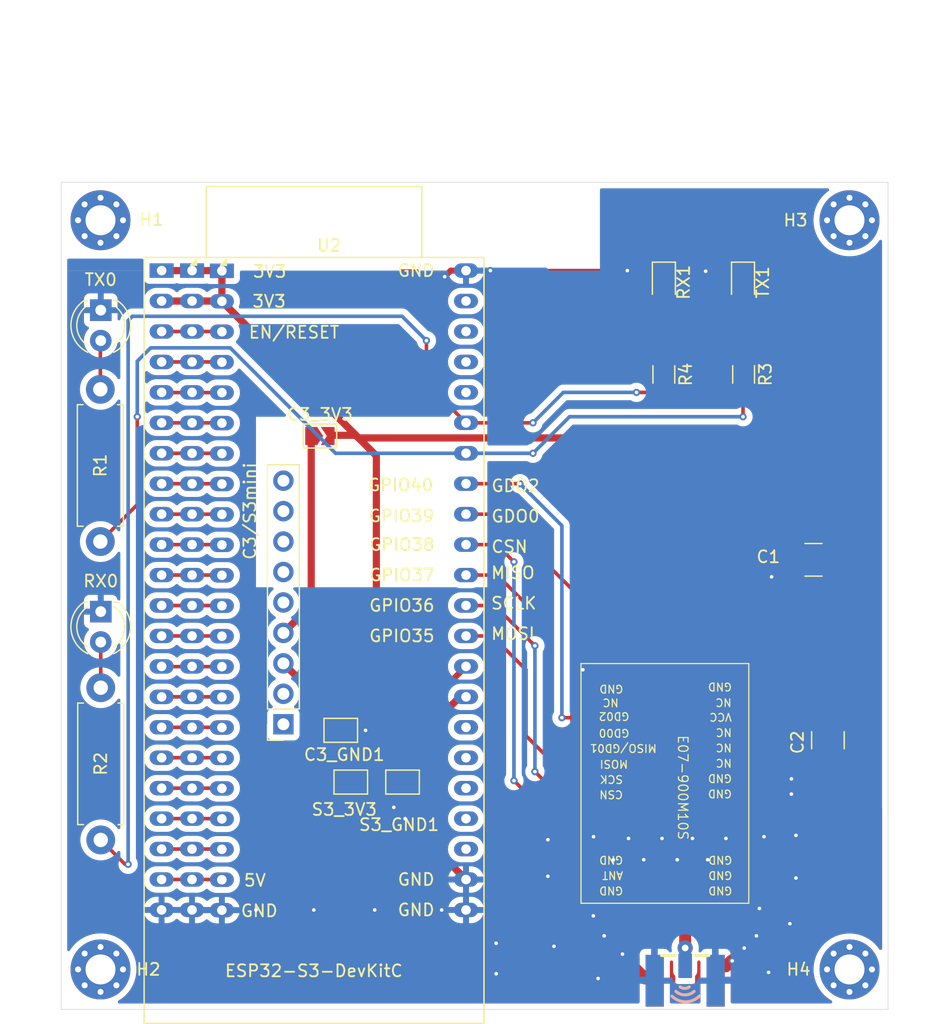
<source format=kicad_pcb>
(kicad_pcb (version 20240108) (generator "pcbnew") (generator_version "8.0")
  (layers (0 "F.Cu" signal) (31 "B.Cu" signal) (34 "B.Paste" user) (35 "F.Paste" user) (36 "B.SilkS" user "B.Silkscreen") (37 "F.SilkS" user "F.Silkscreen") (38 "B.Mask" user) (39 "F.Mask" user) (44 "Edge.Cuts" user))
  (net 0 "")
  (net 1 "GND")
  (net 2 "3V3")
  (net 3 "/MISO")
  (net 4 "/CSN")
  (net 5 "/GDO0")
  (net 6 "/GDO2")
  (net 7 "/MOSI")
  (net 8 "/SCLK")
  (net 9 "/ANTENNA")
  (net 11 "unconnected-(U2-CHIP_PU-Pad3)")
  (net 12 "/LED_RX")
  (net 13 "unconnected-(U2-GPIO46-Pad14)")
  (net 14 "unconnected-(U2-GPIO8{slash}ADC1_CH7-Pad12)")
  (net 15 "/LED_TX")
  (net 17 "unconnected-(U2-GPIO13{slash}ADC2_CH2-Pad19)")
  (net 18 "unconnected-(U2-GPIO15{slash}ADC2_CH4{slash}32K_P-Pad8)")
  (net 19 "unconnected-(U2-GPIO9{slash}ADC1_CH8-Pad15)")
  (net 20 "unconnected-(U2-GPIO16{slash}ADC2_CH5{slash}32K_N-Pad9)")
  (net 21 "unconnected-(U2-GPIO11{slash}ADC2_CH0-Pad17)")
  (net 23 "unconnected-(U2-GPIO10{slash}ADC1_CH9-Pad16)")
  (net 26 "unconnected-(U2-GPIO12{slash}ADC2_CH1-Pad18)")
  (net 27 "unconnected-(U2-GPIO17{slash}ADC2_CH6-Pad10)")
  (net 28 "unconnected-(U2-GPIO4{slash}ADC1_CH3-Pad4)")
  (net 29 "unconnected-(U2-GPIO14{slash}ADC2_CH3-Pad20)")
  (net 31 "unconnected-(U2-GPIO3{slash}ADC1_CH2-Pad13)")
  (net 32 "unconnected-(U2-GPIO18{slash}ADC2_CH7-Pad11)")
  (net 33 "unconnected-(U2-GPIO6{slash}ADC1_CH5-Pad6)")
  (net 34 "unconnected-(U2-GPIO7{slash}ADC1_CH6-Pad7)")
  (net 36 "unconnected-(U2-5V-Pad21)")
  (net 37 "unconnected-(U2-GPIO5{slash}ADC1_CH4-Pad5)")
  (net 47 "Net-(S3_3V3-A)")
  (net 48 "Net-(S3_GND1-A)")
  (net 49 "Net-(TX1-A)")
  (net 50 "Net-(RX1-A)")
  (net 51 "Net-(C3_3V3-A)")
  (net 52 "Net-(C3_GND1-A)")
  (net 53 "Net-(TX0-A)")
  (net 54 "Net-(RX0-A)")
  (footprint "LED_SMD:LED_0805_2012Metric" (layer "F.Cu") (at 150.114 77.1795 -90)
    (property "Reference" "TX1")
    (property "Value" "LED_BLUE")
  )
  (footprint "Resistor_THT:R_Axial_DIN0411_L9.9mm_D3.6mm_P12.70mm_Horizontal" (layer "F.Cu") (at 96.486 86.106 -90)
    (property "Reference" "R1")
    (property "Value" "220R")
  )
  (footprint "MountingHole:MountingHole_2.5mm_Pad_Via" (layer "F.Cu") (at 96.5 134.5)
    (property "Reference" "H2")
    (property "Value" "MountingHole_Pad_MP")
  )
  (footprint "Library:E07-900M10S" (layer "F.Cu") (at 150.595 127.982 -90)
    (property "Reference" "U1" (hide yes))
    (property "Value" "E07-900M10S")
  )
  (footprint "Jumper:SolderJumper-2_P1.3mm_Open_TrianglePad1.0x1.5mm" (layer "F.Cu") (at 116.549 114.554)
    (property "Reference" "C3_GND1")
    (property "Value" "J_Open")
  )
  (footprint "LED_THT:LED_D4.0mm" (layer "F.Cu") (at 96.52 104.648 -90)
    (property "Reference" "RX0")
    (property "Value" "LED_RX")
  )
  (footprint "MountingHole:MountingHole_2.5mm_Pad_Via" (layer "F.Cu") (at 159 72)
    (property "Reference" "H3")
    (property "Value" "MountingHole_Pad_MP")
  )
  (footprint "LED_THT:LED_D4.0mm" (layer "F.Cu") (at 96.52 79.502 -90)
    (property "Reference" "TX0")
    (property "Value" "LED_TX")
  )
  (footprint "Jumper:SolderJumper-2_P1.3mm_Open_TrianglePad1.0x1.5mm" (layer "F.Cu") (at 117.385 118.872 180)
    (property "Reference" "S3_3V3")
    (property "Value" "S3")
  )
  (footprint "Capacitor_SMD:C_1210_3225Metric_Pad1.33x2.70mm_HandSolder" (layer "F.Cu") (at 155.9945 100.33)
    (property "Reference" "C1")
    (property "Value" "100nF")
  )
  (footprint "LED_SMD:LED_0805_2012Metric" (layer "F.Cu") (at 143.51 77.1795 -90)
    (property "Reference" "RX1")
    (property "Value" "LED_RED")
  )
  (footprint "Resistor_THT:R_Axial_DIN0411_L9.9mm_D3.6mm_P12.70mm_Horizontal" (layer "F.Cu") (at 96.52 110.998 -90)
    (property "Reference" "R2")
    (property "Value" "220R")
  )
  (footprint "Connector_PinSocket_2.54mm:PinSocket_1x09_P2.54mm_Vertical" (layer "F.Cu") (at 111.76 114.046 180)
    (property "Reference" "J2" (hide yes))
    (property "Value" "C3/S3mini")
  )
  (footprint "Library:SMA_PAD" (layer "F.Cu") (at 145.288 135.25 -90)
    (property "Reference" "J$1" (hide yes))
    (property "Value" "ANTENNASMA" (hide yes))
  )
  (footprint "Resistor_SMD:R_1206_3216Metric_Pad1.30x1.75mm_HandSolder" (layer "F.Cu") (at 150.164 84.862 -90)
    (property "Reference" "R3")
    (property "Value" "1000R")
  )
  (footprint "Jumper:SolderJumper-2_P1.3mm_Open_TrianglePad1.0x1.5mm" (layer "F.Cu") (at 121.703 118.872 180)
    (property "Reference" "S3_GND1")
    (property "Value" "S3")
  )
  (footprint "Capacitor_SMD:C_1210_3225Metric_Pad1.33x2.70mm_HandSolder" (layer "F.Cu") (at 157.199 115.377 90)
    (property "Reference" "C2")
    (property "Value" "10uF")
  )
  (footprint "Resistor_SMD:R_1206_3216Metric_Pad1.30x1.75mm_HandSolder" (layer "F.Cu") (at 143.51 84.862 -90)
    (property "Reference" "R4")
    (property "Value" "1000R")
  )
  (footprint "Jumper:SolderJumper-2_P1.3mm_Open_TrianglePad1.0x1.5mm" (layer "F.Cu") (at 114.808 90)
    (property "Reference" "C3_3V3")
    (property "Value" "C3_3V3")
  )
  (footprint "Library:ESP32-S3-DevKitC" (layer "F.Cu") (at 124.89 87.45)
    (property "Reference" "U2")
    (property "Value" "ESP32-S3-DevKitC")
  )
  (footprint "MountingHole:MountingHole_2.5mm_Pad_Via" (layer "F.Cu") (at 96.5 72)
    (property "Reference" "H1")
    (property "Value" "MountingHole_Pad_MP")
  )
  (footprint "MountingHole:MountingHole_2.5mm_Pad_Via" (layer "F.Cu") (at 159 134.5)
    (property "Reference" "H4")
    (property "Value" "MountingHole_Pad_MP")
  )
  (gr_rect (start 93.218 68.834) (end 162.218 137.834) (stroke (width 0.05)) (fill none) (layer "Edge.Cuts"))
  (gr_text "MOSI\n" (at 129.005 107.08 0) (layer "F.SilkS") (effects (font (size 1 1)) (justify left bottom)))
  (gr_text "GDO2" (at 129.032 94.742 0) (layer "F.SilkS") (effects (font (size 1 1)) (justify left bottom)))
  (gr_text "CSN\n" (at 129.032 99.822 0) (layer "F.SilkS") (effects (font (size 1 1)) (justify left bottom)))
  (gr_text "SCLK\n" (at 129.005 104.54 0) (layer "F.SilkS") (effects (font (size 1 1)) (justify left bottom)))
  (gr_text "MISO\n" (at 129.005 102 0) (layer "F.SilkS") (effects (font (size 1 1)) (justify left bottom)))
  (gr_text "GDO0\n" (at 129.032 97.282 0) (layer "F.SilkS") (effects (font (size 1 1)) (justify left bottom)))
  (segment (start 114.28272 129.55728) (end 114.3 129.54) (width 0.3) (layer "F.Cu") (net 1))
  (segment (start 139.292 125.35) (end 139.402 125.46) (width 0.8) (layer "F.Cu") (net 1))
  (segment (start 150.595 119.872) (end 154.151 119.872) (width 0.6) (layer "F.Cu") (net 1))
  (segment (start 127 127) (end 121.92 121.92) (width 0.6) (layer "F.Cu") (net 1))
  (segment (start 140.674 133.986) (end 140.816 133.986) (width 1) (layer "F.Cu") (net 1))
  (segment (start 121.92 121.92) (end 120.973097 120.973097) (width 0.6) (layer "F.Cu") (net 1))
  (segment (start 120.973097 120.973097) (end 120.973097 118.872) (width 0.6) (layer "F.Cu") (net 1))
  (segment (start 125.73 76.2) (end 127 76.2) (width 0.5) (layer "F.Cu") (net 1))
  (segment (start 143.518 76.25) (end 143.51 76.242) (width 0.3) (layer "F.Cu") (net 1))
  (segment (start 124.95072 129.55728) (end 124.968 129.54) (width 0.3) (layer "F.Cu") (net 1))
  (segment (start 149.214 133.928) (end 149.214 133.786) (width 1) (layer "F.Cu") (net 1))
  (segment (start 137.626 125.46) (end 139.182 125.46) (width 0.8) (layer "F.Cu") (net 1))
  (segment (start 139.182 125.46) (end 139.292 125.35) (width 0.8) (layer "F.Cu") (net 1))
  (segment (start 147.276 125.46) (end 148.326 125.46) (width 0.8) (layer "F.Cu") (net 1))
  (segment (start 151.626 129.272) (end 151.484 129.414) (width 0.6) (layer "F.Cu") (net 1))
  (segment (start 139.402 125.46) (end 140.452 125.46) (width 0.8) (layer "F.Cu") (net 1))
  (segment (start 152.482 110.982) (end 154.432 109.032) (width 0.6) (layer "F.Cu") (net 1))
  (segment (start 137.626 125.46) (end 137.37 125.46) (width 0.3) (layer "F.Cu") (net 1))
  (segment (start 151.23 131.7) (end 151.626 131.304) (width 0.6) (layer "F.Cu") (net 1))
  (segment (start 151.626 131.304) (end 151.626 129.556) (width 0.6) (layer "F.Cu") (net 1))
  (segment (start 152.5 101.75) (end 153.92 100.33) (width 0.6) (layer "F.Cu") (net 1))
  (segment (start 149.452 133.478) (end 148.944 133.986) (width 0.6) (layer "F.Cu") (net 1))
  (segment (start 152.898 128) (end 151.626 128) (width 0.6) (layer "F.Cu") (net 1))
  (segment (start 154.432 109.032) (end 154.432 100.33) (width 0.6) (layer "F.Cu") (net 1))
  (segment (start 109.474 129.54) (end 109.49128 129.55728) (width 0.3) (layer "F.Cu") (net 1))
  (segment (start 154.532 126.366) (end 154.532 126.874) (width 0.6) (layer "F.Cu") (net 1))
  (segment (start 146.006 125.46) (end 147.056 125.46) (width 0.8) (layer "F.Cu") (net 1))
  (segment (start 137.626 125.46) (end 137.624 125.46) (width 0.3) (layer "F.Cu") (net 1))
  (segment (start 148.69 134.24) (end 147.674 135.256) (width 0.6) (layer "F.Cu") (net 1))
  (segment (start 136.595 110.982) (end 136.595 109.655) (width 0.3) (layer "F.Cu") (net 1))
  (segment (start 144.626 125.35) (end 144.736 125.46) (width 0.8) (layer "F.Cu") (net 1))
  (segment (start 141.832 125.35) (end 141.942 125.46) (width 0.8) (layer "F.Cu") (net 1))
  (segment (start 147.166 125.35) (end 147.276 125.46) (width 0.8) (layer "F.Cu") (net 1))
  (segment (start 145.786 125.46) (end 145.896 125.35) (width 0.8) (layer "F.Cu") (net 1))
  (segment (start 150.214 132.716) (end 148.69 134.24) (width 0.6) (layer "F.Cu") (net 1))
  (segment (start 137.626 130.032) (end 137.626 129.272) (width 1) (layer "F.Cu") (net 1))
  (segment (start 137.626 129.272) (end 136.595 128.241) (width 1) (layer "F.Cu") (net 1))
  (segment (start 139.292 132.462) (end 139.15 132.462) (width 1) (layer "F.Cu") (net 1))
  (segment (start 154.151 119.872) (end 154.2665 119.872) (width 0.3) (layer "F.Cu") (net 1))
  (segment (start 143.246 125.46) (end 143.356 125.35) (width 0.8) (layer "F.Cu") (net 1))
  (segment (start 151.5 131.5) (end 149.214 133.786) (width 1) (layer "F.Cu") (net 1))
  (segment (start 149.214 133.786) (end 149.144 133.786) (width 1) (layer "F.Cu") (net 1))
  (segment (start 127 129.54) (end 127 127) (width 0.3) (layer "F.Cu") (net 1))
  (segment (start 154.168 126.73) (end 151.626 126.73) (width 0.6) (layer "F.Cu") (net 1))
  (segment (start 143.466 125.46) (end 144.516 125.46) (width 0.8) (layer "F.Cu") (net 1))
  (segment (start 147.056 125.46) (end 147.166 125.35) (width 0.8) (layer "F.Cu") (net 1))
  (segment (start 137.626 130.826) (end 137.626 130.938) (width 1) (layer "F.Cu") (net 1))
  (segment (start 154.168 126.73) (end 152.898 128) (width 0.6) (layer "F.Cu") (net 1))
  (segment (start 144.516 125.46) (end 144.626 125.35) (width 0.8) (layer "F.Cu") (net 1))
  (segment (start 125.222 76.708) (end 125.73 76.2) (width 0.5) (layer "F.Cu") (net 1))
  (segment (start 150.07 125.46) (end 151.626 125.46) (width 0.8) (layer "F.Cu") (net 1))
  (segment (start 114.31728 129.55728) (end 119.36272 129.55728) (width 0.3) (layer "F.Cu") (net 1))
  (segment (start 138.388 131.7) (end 138.53 131.7) (width 1) (layer "F.Cu") (net 1))
  (segment (start 151.626 129.556) (end 151.484 129.414) (width 0.6) (layer "F.Cu") (net 1))
  (segment (start 138.53 131.842) (end 138.53 131.7) (width 1) (layer "F.Cu") (net 1))
  (segment (start 140.562 125.35) (end 140.672 125.46) (width 0.8) (layer "F.Cu") (net 1))
  (segment (start 154.532 123.318) (end 154.404 123.446) (width 0.6) (layer "F.Cu") (net 1))
  (segment (start 154.151 118.602) (end 155.5365 118.602) (width 0.6) (layer "F.Cu") (net 1))
  (segment (start 144.736 125.46) (end 145.786 125.46) (width 0.8) (layer "F.Cu") (net 1))
  (segment (start 151.642 131.5) (end 151.5 131.5) (width 1) (layer "F.Cu") (net 1))
  (segment (start 154.532 126.874) (end 154.024 126.874) (width 0.6) (layer "F.Cu") (net 1))
  (segment (start 140.054 133.224) (end 140.054 133.366) (width 1) (layer "F.Cu") (net 1))
  (segment (start 137.768 130.684) (end 137.626 130.826) (width 1) (layer "F.Cu") (net 1))
  (segment (start 148.546 125.46) (end 149.85 125.46) (width 0.8) (layer "F.Cu") (net 1))
  (segment (start 139.292 132.604) (end 139.292 132.462) (width 1) (layer "F.Cu") (net 1))
  (segment (start 140.816 134.128) (end 141.944 135.256) (width 1) (layer "F.Cu") (net 1))
  (segment (start 154.024 126.874) (end 154.168 126.73) (width 0.6) (layer "F.Cu") (net 1))
  (segment (start 136.595 127.982) (end 136.595 128.241) (width 0.3) (layer "F.Cu") (net 1))
  (segment (start 129.032 76.2) (end 140.462 76.2) (width 0.3) (layer "F.Cu") (net 1))
  (segment (start 151.642 128.016) (end 151.626 128) (width 1) (layer "F.Cu") (net 1))
  (segment (start 149.96 125.35) (end 150.07 125.46) (width 0.8) (layer "F.Cu") (net 1))
  (segment (start 142.594 135.256) (end 141.944 135.256) (width 0.3) (layer "F.Cu") (net 1))
  (segment (start 148.326 125.46) (end 148.436 125.35) (width 0.8) (layer "F.Cu") (net 1))
  (segment (start 124.98528 129.55728) (end 126.98272 129.55728) (width 0.3) (layer "F.Cu") (net 1))
  (segment (start 153.118 125.46) (end 151.626 125.46) (width 0.6) (layer "F.Cu") (net 1))
  (segment (start 140.054 133.224) (end 139.912 133.224) (width 1) (layer "F.Cu") (net 1))
  (segment (start 119.38 129.54) (end 119.39728 129.55728) (width 0.3) (layer "F.Cu") (net 1))
  (segment (start 118.618 114.554) (end 117.278903 114.554) (width 0.6) (layer "F.Cu") (net 1))
  (segment (start 151.642 131.5) (end 151.642 128.016) (width 1) (layer "F.Cu") (net 1))
  (segment (start 119.39728 129.55728) (end 124.95072 129.55728) (width 0.3) (layer "F.Cu") (net 1))
  (segment (start 101.59632 129.53728) (end 106.60632 129.53728) (width 0.3) (layer "F.Cu") (net 1))
  (segment (start 153.92 100.33) (end 154.432 100.33) (width 0.6) (layer "F.Cu") (net 1))
  (segment (start 141.942 125.46) (end 143.246 125.46) (width 0.8) (layer "F.Cu") (net 1))
  (segment (start 145.896 125.35) (end 146.006 125.46) (width 0.8) (layer "F.Cu") (net 1))
  (segment (start 154.278 126.62) (end 154.532 126.366) (width 0.6) (layer "F.Cu") (net 1))
  (segment (start 139.912 133.224) (end 139.292 132.604) (width 1) (layer "F.Cu") (net 1))
  (segment (start 154.404 123.19) (end 154.532 123.318) (width 0.6) (layer "F.Cu") (net 1))
  (segment (start 154.278 126.62) (end 153.118 125.46) (width 0.6) (layer "F.Cu") (net 1))
  (segment (start 151.23 131.7) (end 150.214 132.716) (width 0.6) (layer "F.Cu") (net 1))
  (segment (start 109.45672 129.55728) (end 109.474 129.54) (width 0.3) (layer "F.Cu") (net 1))
  (segment (start 154.2665 119.872) (end 157.199 116.9395) (width 0.6) (layer "F.Cu") (net 1))
  (segment (start 151.626 128) (end 151.374 128) (width 0.2) (layer "F.Cu") (net 1))
  (segment (start 137.626 130.032) (end 137.626 130.542) (width 1) (layer "F.Cu") (net 1))
  (segment (start 127 76.2) (end 129.032 76.2) (width 0.3) (layer "F.Cu") (net 1))
  (segment (start 140.672 125.46) (end 141.722 125.46) (width 0.8) (layer "F.Cu") (net 1))
  (segment (start 151.626 128) (end 151.626 129.272) (width 0.6) (layer "F.Cu") (net 1))
  (segment (start 106.62632 129.55728) (end 109.45672 129.55728) (width 0.3) (layer "F.Cu") (net 1))
  (segment (start 148.436 125.35) (end 148.546 125.46) (width 0.8) (layer "F.Cu") (net 1))
  (segment (start 109.49128 129.55728) (end 114.28272 129.55728) (width 0.3) (layer "F.Cu") (net 1))
  (segment (start 143.356 125.35) (end 143.466 125.46) (width 0.8) (layer "F.Cu") (net 1))
  (segment (start 140.054 133.366) (end 140.674 133.986) (width 1) (layer "F.Cu") (net 1))
  (segment (start 154.404 126.494) (end 154.278 126.62) (width 0.6) (layer "F.Cu") (net 1))
  (segment (start 140.452 125.46) (end 140.562 125.35) (width 0.8) (layer "F.Cu") (net 1))
  (segment (start 137.626 130.938) (end 138.388 131.7) (width 1) (layer "F.Cu") (net 1))
  (segment (start 155.5365 118.602) (end 157.199 116.9395) (width 0.6) (layer "F.Cu") (net 1))
  (segment (start 137.626 130.542) (end 137.768 130.684) (width 1) (layer "F.Cu") (net 1))
  (segment (start 149.144 133.786) (end 148.69 134.24) (width 1) (layer "F.Cu") (net 1))
  (segment (start 124.968 129.54) (end 124.98528 129.55728) (width 0.3) (layer "F.Cu") (net 1))
  (segment (start 147 76.25) (end 147.008 76.242) (width 0.3) (layer "F.Cu") (net 1))
  (segment (start 154.404 123.446) (end 154.404 126.494) (width 0.6) (layer "F.Cu") (net 1))
  (segment (start 140.816 133.986) (end 140.816 134.128) (width 1) (layer "F.Cu") (net 1))
  (segment (start 147 76.25) (end 143.518 76.25) (width 0.3) (layer "F.Cu") (net 1))
  (segment (start 141.722 125.46) (end 141.832 125.35) (width 0.8) (layer "F.Cu") (net 1))
  (segment (start 140.462 76.2) (end 143.002 76.2) (width 0.3) (layer "F.Cu") (net 1))
  (segment (start 147.008 76.242) (end 150.114 76.242) (width 0.3) (layer "F.Cu") (net 1))
  (segment (start 150.595 110.982) (end 152.482 110.982) (width 0.6) (layer "F.Cu") (net 1))
  (segment (start 149.85 125.46) (end 149.96 125.35) (width 0.8) (layer "F.Cu") (net 1))
  (segment (start 114.3 129.54) (end 114.31728 129.55728) (width 0.3) (layer "F.Cu") (net 1))
  (segment (start 136.595 109.655) (end 136.75 109.5) (width 0.3) (layer "F.Cu") (net 1))
  (segment (start 150.595 118.602) (end 154.151 118.602) (width 0.6) (layer "F.Cu") (net 1))
  (segment (start 119.36272 129.55728) (end 119.38 129.54) (width 0.3) (layer "F.Cu") (net 1))
  (segment (start 139.15 132.462) (end 138.53 131.842) (width 1) (layer "F.Cu") (net 1))
  (via (at 140.462 76.2) (size 0.6) (drill 0.3) (layers "F.Cu" "B.Cu") (net 1))
  (via (at 152.5 101.75) (size 0.6) (drill 0.3) (layers "F.Cu" "B.Cu") (net 1))
  (via (at 129.513 132.318) (size 0.6) (drill 0.3) (layers "F.Cu" "B.Cu") (net 1))
  (via (at 137.626 130.032) (size 0.6) (drill 0.3) (layers "F.Cu" "B.Cu") (net 1))
  (via (at 140.054 133.224) (size 0.6) (drill 0.3) (layers "F.Cu" "B.Cu") (net 1))
  (via (at 138.022 135.256) (size 0.6) (drill 0.3) (layers "F.Cu" "B.Cu") (net 1))
  (via (at 124.968 129.54) (size 0.6) (drill 0.3) (layers "F.Cu" "B.Cu") (net 1))
  (via (at 145.896 123.572) (size 0.6) (drill 0.3) (layers "F.Cu" "B.Cu") (net 1))
  (via (at 138.53 131.7) (size 0.6) (drill 0.3) (layers "F.Cu" "B.Cu") (net 1))
  (via (at 147.166 125.35) (size 0.6) (drill 0.3) (layers "F.Cu" "B.Cu") (net 1))
  (via (at 151.23 131.7) (size 0.6) (drill 0.3) (layers "F.Cu" "B.Cu") (net 1))
  (via (at 133.831 126.73) (size 0.6) (drill 0.3) (layers "F.Cu" "B.Cu") (net 1))
  (via (at 144.626 125.35) (size 0.6) (drill 0.3) (layers "F.Cu" "B.Cu") (net 1))
  (via (at 140.562 123.572) (size 0.6) (drill 0.3) (layers "F.Cu" "B.Cu") (net 1))
  (via (at 137.641 123.428) (size 0.6) (drill 0.3) (layers "F.Cu" "B.Cu") (net 1))
  (via (at 143.356 123.572) (size 0.6) (drill 0.3) (layers "F.Cu" "B.Cu") (net 1))
  (via (at 154.532 126.874) (size 0.6) (drill 0.3) (layers "F.Cu" "B.Cu") (net 1))
  (via (at 154.151 119.872) (size 0.6) (drill 0.3) (layers "F.Cu" "B.Cu") (net 1))
  (via (at 148.69 123.572) (size 0.6) (drill 0.3) (layers "F.Cu" "B.Cu") (net 1))
  (via (at 150.214 132.716) (size 0.6) (drill 0.3) (layers "F.Cu" "B.Cu") (net 1))
  (via (at 141.832 125.35) (size 0.6) (drill 0.3) (layers "F.Cu" "B.Cu") (net 1))
  (via (at 151.865 123.428) (size 0.6) (drill 0.3) (layers "F.Cu" "B.Cu") (net 1))
  (via (at 133.831 123.682) (size 0.6) (drill 0.3) (layers "F.Cu" "B.Cu") (net 1))
  (via (at 151.484 129.414) (size 0.6) (drill 0.3) (layers "F.Cu" "B.Cu") (net 1))
  (via (at 109.474 129.54) (size 0.6) (drill 0.3) (layers "F.Cu" "B.Cu") (net 1))
  (via (at 118.618 114.554) (size 0.6) (drill 0.3) (layers "F.Cu" "B.Cu") (net 1))
  (via (at 139.292 125.35) (size 0.6) (drill 0.3) (layers "F.Cu" "B.Cu") (net 1))
  (via (at 147 76.25) (size 0.6) (drill 0.3) (layers "F.Cu" "B.Cu") (net 1))
  (via (at 149.214 133.786) (size 0.6) (drill 0.3) (layers "F.Cu" "B.Cu") (net 1))
  (via (at 129.032 76.2) (size 0.6) (drill 0.3) (layers "F.Cu" "B.Cu") (net 1))
  (via (at 125.222 76.708) (size 0.6) (drill 0.3) (layers "F.Cu" "B.Cu") (net 1))
  (via (at 129.513 134.858) (size 0.6) (drill 0.3) (layers "F.Cu" "B.Cu") (net 1))
  (via (at 121.92 121.92) (size 0.6) (drill 0.3) (layers "F.Cu" "B.Cu") (net 1))
  (via (at 120.973097 120.973097) (size 0.6) (drill 0.3) (layers "F.Cu" "B.Cu") (net 1))
  (via (at 154.151 118.602) (size 0.6) (drill 0.3) (layers "F.Cu" "B.Cu") (net 1))
  (via (at 134.339 132.572) (size 0.6) (drill 0.3) (layers "F.Cu" "B.Cu") (net 1))
  (via (at 119.38 129.54) (size 0.6) (drill 0.3) (layers "F.Cu" "B.Cu") (net 1))
  (via (at 152.246 134.748) (size 0.6) (drill 0.3) (layers "F.Cu" "B.Cu") (net 1))
  (via (at 136.75 109.5) (size 0.6) (drill 0.3) (layers "F.Cu" "B.Cu") (net 1))
  (via (at 154.024 130.684) (size 0.6) (drill 0.3) (layers "F.Cu" "B.Cu") (net 1))
  (via (at 114.3 129.54) (size 0.6) (drill 0.3) (layers "F.Cu" "B.Cu") (net 1))
  (via (at 154.532 123.318) (size 0.6) (drill 0.3) (layers "F.Cu" "B.Cu") (net 1))
  (segment (start 142.594 135.256) (end 142.594 130.43) (width 0.3) (layer "B.Cu") (net 1))
  (segment (start 147.674 135.256) (end 147.674 130.25) (width 0.3) (layer "B.Cu") (net 1))
  (segment (start 124.206 76.454) (end 124.968 76.454) (width 0.5) (layer "B.Cu") (net 1))
  (segment (start 124.968 76.454) (end 125.222 76.708) (width 0.5) (layer "B.Cu") (net 1))
  (segment (start 136.75 109.5) (end 141.706 109.5) (width 0.3) (layer "B.Cu") (net 1))
  (segment (start 133.604 76.2) (end 127 76.2) (width 0.5) (layer "B.Cu") (net 1))
  (segment (start 149.456 101.75) (end 152.5 101.75) (width 0.3) (layer "B.Cu") (net 1))
  (segment (start 142.594 135.256) (end 140.054 135.256) (width 0.3) (layer "B.Cu") (net 1))
  (segment (start 141.706 109.5) (end 149.456 101.75) (width 0.3) (layer "B.Cu") (net 1))
  (segment (start 134.366 76.962) (end 133.604 76.2) (width 0.5) (layer "B.Cu") (net 1))
  (segment (start 154.405 99.845) (end 154.405 99.806) (width 0.3) (layer "B.Cu") (net 1))
  (segment (start 152.5 101.75) (end 154.432 99.818) (width 0.3) (layer "B.Cu") (net 1))
  (segment (start 149.96 135.256) (end 147.674 135.256) (width 0.3) (layer "B.Cu") (net 1))
  (segment (start 152.5 101.75) (end 154.405 99.845) (width 0.3) (layer "B.Cu") (net 1))
  (segment (start 101.6 76.2) (end 104.14 76.2) (width 0.6) (layer "F.Cu") (net 2))
  (segment (start 119.518 91.648) (end 119.518 115.358537) (width 0.6) (layer "F.Cu") (net 2))
  (segment (start 117.97 90.1) (end 106.63 78.76) (width 0.6) (layer "F.Cu") (net 2))
  (segment (start 157.557 100.33) (end 157.557 113.4565) (width 0.6) (layer "F.Cu") (net 2))
  (segment (start 148.660935 90.160935) (end 118.030935 90.160935) (width 0.6) (layer "F.Cu") (net 2))
  (segment (start 104.14 76.2) (end 106.61 76.2) (width 0.6) (layer "F.Cu") (net 2))
  (segment (start 101.6 78.74) (end 104.14 78.74) (width 0.6) (layer "F.Cu") (net 2))
  (segment (start 117.97 90.1) (end 117.81 89.94) (width 0.6) (layer "F.Cu") (net 2))
  (segment (start 118.030935 90.160935) (end 117.97 90.1) (width 0.6) (layer "F.Cu") (net 2))
  (segment (start 117.81 89.94) (end 115.687903 89.94) (width 0.6) (layer "F.Cu") (net 2))
  (segment (start 157.557 100.33) (end 157.557 99.057) (width 0.6) (layer "F.Cu") (net 2))
  (segment (start 119.518 115.358537) (end 116.505097 118.37144) (width 0.6) (layer "F.Cu") (net 2))
  (segment (start 115.687903 89.94) (end 115.687903 90) (width 0.6) (layer "F.Cu") (net 2))
  (segment (start 106.63 78.76) (end 119.518 91.648) (width 0.6) (layer "F.Cu") (net 2))
  (segment (start 104.14 78.74) (end 106.61 78.74) (width 0.6) (layer "F.Cu") (net 2))
  (segment (start 157.557 99.057) (end 148.660935 90.160935) (width 0.6) (layer "F.Cu") (net 2))
  (segment (start 116.505097 118.37144) (end 116.505097 118.872) (width 0.6) (layer "F.Cu") (net 2))
  (segment (start 106.63 76.22) (end 106.63 78.76) (width 0.6) (layer "F.Cu") (net 2))
  (segment (start 150.595 113.522) (end 156.9065 113.522) (width 0.6) (layer "F.Cu") (net 2))
  (segment (start 135.395 116.062) (end 134 114.667) (width 0.3) (layer "F.Cu") (net 3))
  (segment (start 134 106) (end 129.6 101.6) (width 0.3) (layer "F.Cu") (net 3))
  (segment (start 129.6 101.6) (end 127 101.6) (width 0.3) (layer "F.Cu") (net 3))
  (segment (start 134 114.667) (end 134 106) (width 0.3) (layer "F.Cu") (net 3))
  (segment (start 136.595 116.062) (end 135.395 116.062) (width 0.3) (layer "F.Cu") (net 3))
  (segment (start 132.122 119.872) (end 136.595 119.872) (width 0.3) (layer "F.Cu") (net 4))
  (segment (start 131 118.75) (end 132.122 119.872) (width 0.3) (layer "F.Cu") (net 4))
  (segment (start 129.56 99.06) (end 127 99.06) (width 0.3) (layer "F.Cu") (net 4))
  (segment (start 131 100.5) (end 129.56 99.06) (width 0.3) (layer "F.Cu") (net 4))
  (via (at 131 118.75) (size 0.6) (drill 0.3) (layers "F.Cu" "B.Cu") (net 4))
  (via (at 131 100.5) (size 0.6) (drill 0.3) (layers "F.Cu" "B.Cu") (net 4))
  (segment (start 131 100.5) (end 131 118.75) (width 0.3) (layer "B.Cu") (net 4))
  (segment (start 127 96.52) (end 129.580661 96.52) (width 0.3) (layer "F.Cu") (net 5))
  (segment (start 140.25 107.189339) (end 140.25 112.067) (width 0.3) (layer "F.Cu") (net 5))
  (segment (start 137.525 114.792) (end 136.595 114.792) (width 0.3) (layer "F.Cu") (net 5))
  (segment (start 129.580661 96.52) (end 140.25 107.189339) (width 0.3) (layer "F.Cu") (net 5))
  (segment (start 140.25 112.067) (end 137.525 114.792) (width 0.3) (layer "F.Cu") (net 5))
  (segment (start 135 113.5) (end 136.573 113.5) (width 0.3) (layer "F.Cu") (net 6))
  (segment (start 131.5 93.98) (end 127 93.98) (width 0.3) (layer "F.Cu") (net 6))
  (via (at 131.5 93.98) (size 0.6) (drill 0.3) (layers "F.Cu" "B.Cu") (net 6))
  (via (at 135 113.5) (size 0.6) (drill 0.3) (layers "F.Cu" "B.Cu") (net 6))
  (segment (start 135 97.48) (end 135 113.5) (width 0.3) (layer "B.Cu") (net 6))
  (segment (start 131.5 93.98) (end 135 97.48) (width 0.3) (layer "B.Cu") (net 6))
  (segment (start 132 115) (end 134.332 117.332) (width 0.3) (layer "F.Cu") (net 7))
  (segment (start 127 106.68) (end 129.18 106.68) (width 0.3) (layer "F.Cu") (net 7))
  (segment (start 132 109.5) (end 132 115) (width 0.3) (layer "F.Cu") (net 7))
  (segment (start 134.332 117.332) (end 136.595 117.332) (width 0.3) (layer "F.Cu") (net 7))
  (segment (start 129.18 106.68) (end 132 109.5) (width 0.3) (layer "F.Cu") (net 7))
  (segment (start 133.352 118.602) (end 136.595 118.602) (width 0.3) (layer "F.Cu") (net 8))
  (segment (start 129.39 104.14) (end 127 104.14) (width 0.3) (layer "F.Cu") (net 8))
  (segment (start 132.75 118) (end 133.352 118.602) (width 0.3) (layer "F.Cu") (net 8))
  (segment (start 132.75 107.5) (end 129.39 104.14) (width 0.3) (layer "F.Cu") (net 8))
  (via (at 132.75 107.5) (size 0.6) (drill 0.3) (layers "F.Cu" "B.Cu") (net 8))
  (via (at 132.75 118) (size 0.6) (drill 0.3) (layers "F.Cu" "B.Cu") (net 8))
  (segment (start 132.75 118) (end 132.75 107.5) (width 0.3) (layer "B.Cu") (net 8))
  (segment (start 145.288 133.516) (end 145.288 131.092) (width 1) (layer "F.Cu") (net 9))
  (segment (start 145.288 131.092) (end 140.926 126.73) (width 1) (layer "F.Cu") (net 9))
  (segment (start 140.926 126.73) (end 137.626 126.73) (width 1) (layer "F.Cu") (net 9))
  (segment (start 104.14 81.28) (end 106.61 81.28) (width 0.3) (layer "F.Cu") (net 11))
  (segment (start 101.6 81.28) (end 104.14 81.28) (width 0.3) (layer "F.Cu") (net 11))
  (segment (start 123.698 85.598) (end 127 88.9) (width 0.3) (layer "F.Cu") (net 12))
  (segment (start 123.698 82.042) (end 123.698 85.598) (width 0.3) (layer "F.Cu") (net 12))
  (segment (start 127 88.9) (end 132.588 88.9) (width 0.3) (layer "F.Cu") (net 12))
  (segment (start 98.552 125.73) (end 98.806 125.73) (width 0.3) (layer "F.Cu") (net 12))
  (segment (start 96.52 123.698) (end 98.552 125.73) (width 0.3) (layer "F.Cu") (net 12))
  (segment (start 141.224 86.36) (end 143.458 86.36) (width 0.3) (layer "F.Cu") (net 12))
  (via (at 141.224 86.36) (size 0.6) (drill 0.3) (layers "F.Cu" "B.Cu") (net 12))
  (via (at 132.588 88.9) (size 0.6) (drill 0.3) (layers "F.Cu" "B.Cu") (net 12))
  (via (at 123.698 82.042) (size 0.6) (drill 0.3) (layers "F.Cu" "B.Cu") (net 12))
  (via (at 98.806 125.73) (size 0.6) (drill 0.3) (layers "F.Cu" "B.Cu") (net 12))
  (segment (start 98.806 125.73) (end 98.806 80.370924) (width 0.3) (layer "B.Cu") (net 12))
  (segment (start 98.806 80.370924) (end 99.166924 80.01) (width 0.3) (layer "B.Cu") (net 12))
  (segment (start 121.666 80.01) (end 123.698 82.042) (width 0.3) (layer "B.Cu") (net 12))
  (segment (start 99.166924 80.01) (end 121.666 80.01) (width 0.3) (layer "B.Cu") (net 12))
  (segment (start 135.128 86.36) (end 141.224 86.36) (width 0.3) (layer "B.Cu") (net 12))
  (segment (start 132.588 88.9) (end 135.128 86.36) (width 0.3) (layer "B.Cu") (net 12))
  (segment (start 106.63 109.24) (end 101.62 109.24) (width 0.3) (layer "F.Cu") (net 13))
  (segment (start 101.6 104.14) (end 106.61 104.14) (width 0.3) (layer "F.Cu") (net 14))
  (segment (start 99.568 95.724) (end 96.486 98.806) (width 0.3) (layer "F.Cu") (net 15))
  (segment (start 99.568 88.392) (end 99.568 95.724) (width 0.3) (layer "F.Cu") (net 15))
  (segment (start 150.114 88.392) (end 150.114 86.462) (width 0.3) (layer "F.Cu") (net 15))
  (segment (start 127 91.44) (end 132.588 91.44) (width 0.3) (layer "F.Cu") (net 15))
  (via (at 99.568 88.392) (size 0.6) (drill 0.3) (layers "F.Cu" "B.Cu") (net 15))
  (via (at 132.588 91.44) (size 0.6) (drill 0.3) (layers "F.Cu" "B.Cu") (net 15))
  (via (at 150.114 88.392) (size 0.6) (drill 0.3) (layers "F.Cu" "B.Cu") (net 15))
  (segment (start 99.568 83.762125) (end 99.568 88.392) (width 0.3) (layer "B.Cu") (net 15))
  (segment (start 116.114924 91.44) (end 107.319955 82.645031) (width 0.3) (layer "B.Cu") (net 15))
  (segment (start 100.685094 82.645031) (end 99.568 83.762125) (width 0.3) (layer "B.Cu") (net 15))
  (segment (start 132.588 91.44) (end 116.114924 91.44) (width 0.3) (layer "B.Cu") (net 15))
  (segment (start 107.319955 82.645031) (end 100.685094 82.645031) (width 0.3) (layer "B.Cu") (net 15))
  (segment (start 135.636 88.392) (end 150.114 88.392) (width 0.3) (layer "B.Cu") (net 15))
  (segment (start 132.588 91.44) (end 135.636 88.392) (width 0.3) (layer "B.Cu") (net 15))
  (segment (start 101.6 121.92) (end 106.61 121.92) (width 0.3) (layer "F.Cu") (net 17))
  (segment (start 101.6 93.98) (end 106.61 93.98) (width 0.3) (layer "F.Cu") (net 18))
  (segment (start 101.6 111.76) (end 106.61 111.76) (width 0.3) (layer "F.Cu") (net 19))
  (segment (start 101.6 96.52) (end 106.61 96.52) (width 0.3) (layer "F.Cu") (net 20))
  (segment (start 101.6 116.84) (end 106.61 116.84) (width 0.3) (layer "F.Cu") (net 21))
  (segment (start 101.6 114.3) (end 106.61 114.3) (width 0.3) (layer "F.Cu") (net 23))
  (segment (start 101.6 119.38) (end 106.61 119.38) (width 0.3) (layer "F.Cu") (net 26))
  (segment (start 101.6 99.06) (end 106.61 99.06) (width 0.3) (layer "F.Cu") (net 27))
  (segment (start 101.6 83.82) (end 104.14 83.82) (width 0.3) (layer "F.Cu") (net 28))
  (segment (start 104.14 83.82) (end 106.61 83.82) (width 0.3) (layer "F.Cu") (net 28))
  (segment (start 101.59632 124.45728) (end 106.60632 124.45728) (width 0.3) (layer "F.Cu") (net 29))
  (segment (start 101.6 106.68) (end 106.61 106.68) (width 0.3) (layer "F.Cu") (net 31))
  (segment (start 101.6 101.6) (end 106.61 101.6) (width 0.3) (layer "F.Cu") (net 32))
  (segment (start 101.6 88.9) (end 106.61 88.9) (width 0.3) (layer "F.Cu") (net 33))
  (segment (start 101.6 91.44) (end 106.61 91.44) (width 0.3) (layer "F.Cu") (net 34))
  (segment (start 101.59632 126.99728) (end 106.60632 126.99728) (width 0.3) (layer "F.Cu") (net 36))
  (segment (start 106.63 86.38) (end 101.62 86.38) (width 0.3) (layer "F.Cu") (net 37))
  (segment (start 127 109.22) (end 118.11 118.11) (width 0.5) (layer "F.Cu") (net 47))
  (segment (start 118.11 118.11) (end 118.11 118.872) (width 0.3) (layer "F.Cu") (net 47))
  (segment (start 124.25 117.05) (end 124.25 114) (width 0.6) (layer "F.Cu") (net 48))
  (segment (start 126.49 111.76) (end 127 111.76) (width 0.6) (layer "F.Cu") (net 48))
  (segment (start 122.428 118.872) (end 124.25 117.05) (width 0.6) (layer "F.Cu") (net 48))
  (segment (start 124.25 114) (end 126.49 111.76) (width 0.6) (layer "F.Cu") (net 48))
  (segment (start 150.114 78.117) (end 150.114 83.262) (width 0.3) (layer "F.Cu") (net 49))
  (segment (start 143.51 78.117) (end 143.51 83.312) (width 0.3) (layer "F.Cu") (net 50))
  (segment (start 114.083 104.103) (end 111.76 106.426) (width 0.6) (layer "F.Cu") (net 51))
  (segment (start 114.083 89.662) (end 114.083 104.103) (width 0.6) (layer "F.Cu") (net 51))
  (segment (start 115.824 113.03) (end 111.76 108.966) (width 0.6) (layer "F.Cu") (net 52))
  (segment (start 115.824 114.554) (end 115.824 113.03) (width 0.6) (layer "F.Cu") (net 52))
  (segment (start 96.486 86.106) (end 96.486 82.076) (width 0.3) (layer "F.Cu") (net 53))
  (segment (start 96.52 110.998) (end 96.52 107.188) (width 0.3) (layer "F.Cu") (net 54))
  (zone (net 0) (net_name "") (layer "F.Cu") (connect_pads (clearance 0)) (min_thickness 0.25)
    (keepout (tracks allowed) (vias allowed) (pads allowed) (copperpour not_allowed) (footprints allowed))
    (fill (thermal_gap 0.5) (thermal_bridge_width 0.5))
    (polygon (pts (xy 137.641 125.968) (xy 137.641 130.5) (xy 141.75 133.75) (xy 148.75 133.75) (xy 149.25 133.5) (xy 150.849 131.302) (xy 150.849 125.968)))
  )
  (zone (net 1) (net_name "GND") (layer "F.Cu") (priority 2) (connect_pads (clearance 0.5)) (min_thickness 0.25) (fill yes (thermal_gap 0.5) (thermal_bridge_width 0.5))
    (polygon (pts (xy 93.25 137.75) (xy 93.191 134) (xy 115.797 133.842) (xy 123.925 131.048) (xy 132.307 131.048) (xy 132.307 122.412) (xy 143.483 122.412) (xy 146.785 121) (xy 162 121) (xy 162 137.75)))
  )
  (zone (net 1) (net_name "GND") (layer "B.Cu") (priority 1) (connect_pads (clearance 0.5)) (min_thickness 0.25) (fill yes (thermal_gap 0.5) (thermal_bridge_width 0.5))
    (polygon (pts (xy 93.218 76.2) (xy 100.076 76.2) (xy 100.076 68.834) (xy 93.218 68.834)))
  )
  (zone (net 1) (net_name "GND") (layer "B.Cu") (connect_pads (clearance 0.5)) (min_thickness 0.25) (fill yes (thermal_gap 0.5) (thermal_bridge_width 0.5))
    (polygon (pts (xy 93.218 76.2) (xy 138.176 76.2) (xy 138.176 68.834) (xy 162 69) (xy 162 137.75) (xy 93.25 137.75)))
  )
  (zone (net 0) (net_name "") (layers "B.Cu" "User.1") (connect_pads (clearance 0)) (min_thickness 0.25)
    (keepout (tracks allowed) (vias allowed) (pads allowed) (copperpour not_allowed) (footprints allowed))
    (fill (thermal_gap 0.5) (thermal_bridge_width 0.5))
    (polygon (pts (xy 109.474 88.392) (xy 128.778 88.392) (xy 128.778 102.616) (xy 109.474 102.616)))
  )
)
</source>
